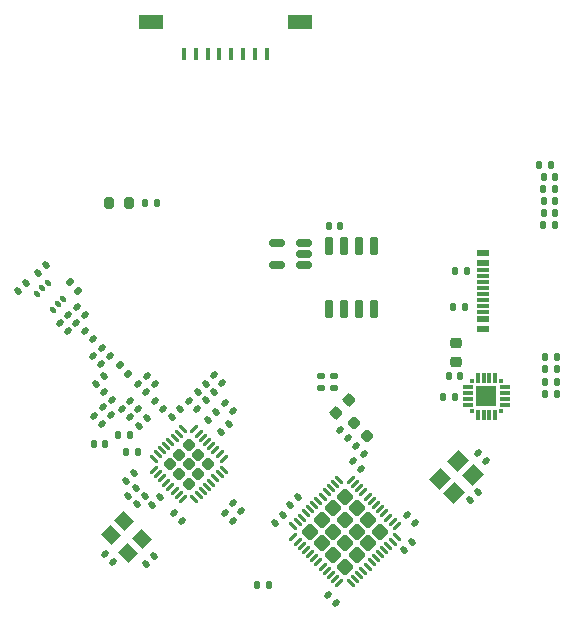
<source format=gbr>
%TF.GenerationSoftware,KiCad,Pcbnew,8.0.1*%
%TF.CreationDate,2025-05-01T03:19:42-07:00*%
%TF.ProjectId,rocketBeaconModule,726f636b-6574-4426-9561-636f6e4d6f64,rev?*%
%TF.SameCoordinates,Original*%
%TF.FileFunction,Paste,Top*%
%TF.FilePolarity,Positive*%
%FSLAX46Y46*%
G04 Gerber Fmt 4.6, Leading zero omitted, Abs format (unit mm)*
G04 Created by KiCad (PCBNEW 8.0.1) date 2025-05-01 03:19:42*
%MOMM*%
%LPD*%
G01*
G04 APERTURE LIST*
G04 Aperture macros list*
%AMRoundRect*
0 Rectangle with rounded corners*
0 $1 Rounding radius*
0 $2 $3 $4 $5 $6 $7 $8 $9 X,Y pos of 4 corners*
0 Add a 4 corners polygon primitive as box body*
4,1,4,$2,$3,$4,$5,$6,$7,$8,$9,$2,$3,0*
0 Add four circle primitives for the rounded corners*
1,1,$1+$1,$2,$3*
1,1,$1+$1,$4,$5*
1,1,$1+$1,$6,$7*
1,1,$1+$1,$8,$9*
0 Add four rect primitives between the rounded corners*
20,1,$1+$1,$2,$3,$4,$5,0*
20,1,$1+$1,$4,$5,$6,$7,0*
20,1,$1+$1,$6,$7,$8,$9,0*
20,1,$1+$1,$8,$9,$2,$3,0*%
%AMRotRect*
0 Rectangle, with rotation*
0 The origin of the aperture is its center*
0 $1 length*
0 $2 width*
0 $3 Rotation angle, in degrees counterclockwise*
0 Add horizontal line*
21,1,$1,$2,0,0,$3*%
G04 Aperture macros list end*
%ADD10RoundRect,0.140000X-0.219203X-0.021213X-0.021213X-0.219203X0.219203X0.021213X0.021213X0.219203X0*%
%ADD11RoundRect,0.140000X0.219203X0.021213X0.021213X0.219203X-0.219203X-0.021213X-0.021213X-0.219203X0*%
%ADD12RoundRect,0.140000X-0.021213X0.219203X-0.219203X0.021213X0.021213X-0.219203X0.219203X-0.021213X0*%
%ADD13RoundRect,0.232500X0.328805X0.000000X0.000000X0.328805X-0.328805X0.000000X0.000000X-0.328805X0*%
%ADD14RoundRect,0.062500X0.309359X-0.220971X-0.220971X0.309359X-0.309359X0.220971X0.220971X-0.309359X0*%
%ADD15RoundRect,0.062500X0.309359X0.220971X0.220971X0.309359X-0.309359X-0.220971X-0.220971X-0.309359X0*%
%ADD16R,0.350000X0.350000*%
%ADD17R,0.300000X0.900000*%
%ADD18R,0.900000X0.300000*%
%ADD19R,1.800000X1.800000*%
%ADD20RoundRect,0.135000X-0.135000X-0.185000X0.135000X-0.185000X0.135000X0.185000X-0.135000X0.185000X0*%
%ADD21RoundRect,0.140000X0.021213X-0.219203X0.219203X-0.021213X-0.021213X0.219203X-0.219203X0.021213X0*%
%ADD22RoundRect,0.140000X0.170000X-0.140000X0.170000X0.140000X-0.170000X0.140000X-0.170000X-0.140000X0*%
%ADD23R,0.400000X1.000000*%
%ADD24R,2.000000X1.300000*%
%ADD25RoundRect,0.140000X-0.140000X-0.170000X0.140000X-0.170000X0.140000X0.170000X-0.140000X0.170000X0*%
%ADD26RoundRect,0.135000X-0.185000X0.135000X-0.185000X-0.135000X0.185000X-0.135000X0.185000X0.135000X0*%
%ADD27RoundRect,0.200000X0.200000X0.275000X-0.200000X0.275000X-0.200000X-0.275000X0.200000X-0.275000X0*%
%ADD28RoundRect,0.147500X-0.226274X-0.017678X-0.017678X-0.226274X0.226274X0.017678X0.017678X0.226274X0*%
%ADD29RoundRect,0.140000X0.140000X0.170000X-0.140000X0.170000X-0.140000X-0.170000X0.140000X-0.170000X0*%
%ADD30RoundRect,0.135000X0.135000X0.185000X-0.135000X0.185000X-0.135000X-0.185000X0.135000X-0.185000X0*%
%ADD31RoundRect,0.250000X0.000000X0.445477X-0.445477X0.000000X0.000000X-0.445477X0.445477X0.000000X0*%
%ADD32RoundRect,0.062500X0.220971X0.309359X-0.309359X-0.220971X-0.220971X-0.309359X0.309359X0.220971X0*%
%ADD33RoundRect,0.062500X-0.220971X0.309359X-0.309359X0.220971X0.220971X-0.309359X0.309359X-0.220971X0*%
%ADD34RoundRect,0.147500X-0.147500X-0.172500X0.147500X-0.172500X0.147500X0.172500X-0.147500X0.172500X0*%
%ADD35RoundRect,0.147500X0.147500X0.172500X-0.147500X0.172500X-0.147500X-0.172500X0.147500X-0.172500X0*%
%ADD36RoundRect,0.100000X-0.229810X0.088388X0.088388X-0.229810X0.229810X-0.088388X-0.088388X0.229810X0*%
%ADD37RoundRect,0.225000X0.250000X-0.225000X0.250000X0.225000X-0.250000X0.225000X-0.250000X-0.225000X0*%
%ADD38RoundRect,0.218750X0.335876X0.026517X0.026517X0.335876X-0.335876X-0.026517X-0.026517X-0.335876X0*%
%ADD39RoundRect,0.150000X0.512500X0.150000X-0.512500X0.150000X-0.512500X-0.150000X0.512500X-0.150000X0*%
%ADD40RotRect,1.300000X1.100000X315.000000*%
%ADD41R,1.140000X0.600000*%
%ADD42R,1.140000X0.300000*%
%ADD43RoundRect,0.135000X-0.226274X-0.035355X-0.035355X-0.226274X0.226274X0.035355X0.035355X0.226274X0*%
%ADD44RoundRect,0.075000X0.225000X-0.715000X0.225000X0.715000X-0.225000X0.715000X-0.225000X-0.715000X0*%
%ADD45RotRect,1.400000X1.200000X45.000000*%
%ADD46RoundRect,0.225000X0.017678X-0.335876X0.335876X-0.017678X-0.017678X0.335876X-0.335876X0.017678X0*%
G04 APERTURE END LIST*
D10*
%TO.C,R9*%
X68782827Y-136038674D03*
X69461649Y-136717496D03*
%TD*%
D11*
%TO.C,C7*%
X87969411Y-146389411D03*
X87290589Y-145710589D03*
%TD*%
D12*
%TO.C,L1*%
X68044607Y-136776893D03*
X67365785Y-137455715D03*
%TD*%
D13*
%TO.C,U3*%
X68782827Y-143053173D03*
X69596000Y-142240000D03*
X70409173Y-141426827D03*
X67969654Y-142240000D03*
X68782827Y-141426827D03*
X69596000Y-140613654D03*
X67156481Y-141426827D03*
X67969654Y-140613654D03*
X68782827Y-139800481D03*
D14*
X69268963Y-144387837D03*
X69622516Y-144034283D03*
X69976070Y-143680730D03*
X70329623Y-143327176D03*
X70683176Y-142973623D03*
X71036730Y-142620070D03*
X71390283Y-142266516D03*
X71743837Y-141912963D03*
D15*
X71743837Y-140940691D03*
X71390283Y-140587138D03*
X71036730Y-140233584D03*
X70683176Y-139880031D03*
X70329623Y-139526478D03*
X69976070Y-139172924D03*
X69622516Y-138819371D03*
X69268963Y-138465817D03*
D14*
X68296691Y-138465817D03*
X67943138Y-138819371D03*
X67589584Y-139172924D03*
X67236031Y-139526478D03*
X66882478Y-139880031D03*
X66528924Y-140233584D03*
X66175371Y-140587138D03*
X65821817Y-140940691D03*
D15*
X65821817Y-141912963D03*
X66175371Y-142266516D03*
X66528924Y-142620070D03*
X66882478Y-142973623D03*
X67236031Y-143327176D03*
X67589584Y-143680730D03*
X67943138Y-144034283D03*
X68296691Y-144387837D03*
%TD*%
D16*
%TO.C,U2*%
X95242000Y-134412000D03*
D17*
X94742001Y-134112000D03*
X94242000Y-134112000D03*
X93742000Y-134112000D03*
X93241999Y-134112000D03*
D16*
X92742000Y-134412000D03*
D18*
X92442000Y-134911999D03*
X92442000Y-135412000D03*
X92442000Y-135912000D03*
X92442000Y-136412001D03*
D16*
X92742000Y-136912000D03*
D17*
X93241999Y-137212000D03*
X93742000Y-137212000D03*
X94242000Y-137212000D03*
X94742001Y-137212000D03*
D16*
X95242000Y-136912000D03*
D18*
X95542000Y-136412001D03*
X95542000Y-135912000D03*
X95542000Y-135412000D03*
X95542000Y-134911999D03*
D19*
X93992000Y-135662000D03*
%TD*%
D12*
%TO.C,C36*%
X65815068Y-149210245D03*
X65136246Y-149889067D03*
%TD*%
D20*
%TO.C,R3*%
X91184000Y-128143000D03*
X92204000Y-128143000D03*
%TD*%
D11*
%TO.C,C11*%
X83651411Y-140547411D03*
X82972589Y-139868589D03*
%TD*%
D21*
%TO.C,C26*%
X69540846Y-135280655D03*
X70219668Y-134601833D03*
%TD*%
D10*
%TO.C,C16*%
X72558589Y-144694589D03*
X73237411Y-145373411D03*
%TD*%
D20*
%TO.C,R10*%
X98931000Y-132334000D03*
X99951000Y-132334000D03*
%TD*%
D11*
%TO.C,L7*%
X62077600Y-132232400D03*
X61398778Y-131553578D03*
%TD*%
D10*
%TO.C,C32*%
X60767702Y-137315824D03*
X61446524Y-137994646D03*
%TD*%
D21*
%TO.C,C29*%
X63434272Y-142824070D03*
X64113094Y-142145248D03*
%TD*%
D11*
%TO.C,C70*%
X59978611Y-128761811D03*
X59299789Y-128082989D03*
%TD*%
%TO.C,C8*%
X81280000Y-153162000D03*
X80601178Y-152483178D03*
%TD*%
%TO.C,C68*%
X59267411Y-129422211D03*
X58588589Y-128743389D03*
%TD*%
D21*
%TO.C,C3*%
X92624589Y-144484411D03*
X93303411Y-143805589D03*
%TD*%
D11*
%TO.C,L6*%
X62324751Y-135999191D03*
X61645929Y-135320369D03*
%TD*%
D22*
%TO.C,C67*%
X81076800Y-134947600D03*
X81076800Y-133987600D03*
%TD*%
D11*
%TO.C,C10*%
X83397411Y-141817411D03*
X82718589Y-141138589D03*
%TD*%
D10*
%TO.C,C33*%
X63102569Y-136777009D03*
X63781391Y-137455831D03*
%TD*%
D23*
%TO.C,EX1*%
X75382000Y-106693999D03*
X74382000Y-106693999D03*
X73382000Y-106693999D03*
X72382000Y-106693999D03*
X71382000Y-106693999D03*
X70382000Y-106693999D03*
X69382000Y-106693999D03*
X68382000Y-106693999D03*
D24*
X78182000Y-103993999D03*
X65582000Y-103993999D03*
%TD*%
D25*
%TO.C,C20*%
X62816800Y-138938000D03*
X63776800Y-138938000D03*
%TD*%
D20*
%TO.C,R17*%
X65072801Y-119329200D03*
X66092799Y-119329200D03*
%TD*%
D11*
%TO.C,C37*%
X61339381Y-132931022D03*
X60660559Y-132252200D03*
%TD*%
D26*
%TO.C,R18*%
X80010000Y-133957601D03*
X80010000Y-134977599D03*
%TD*%
D27*
%TO.C,TH1*%
X63715400Y-119329200D03*
X62065400Y-119329200D03*
%TD*%
D21*
%TO.C,C73*%
X55997789Y-125205811D03*
X56676611Y-124526989D03*
%TD*%
D28*
%TO.C,L16*%
X62953853Y-133057853D03*
X63639747Y-133743747D03*
%TD*%
D10*
%TO.C,C6*%
X93259589Y-140503589D03*
X93938411Y-141182411D03*
%TD*%
D11*
%TO.C,R13*%
X60640759Y-130795559D03*
X59961937Y-130116737D03*
%TD*%
D29*
%TO.C,C21*%
X64465200Y-140349196D03*
X63505200Y-140349196D03*
%TD*%
D12*
%TO.C,C4*%
X87715411Y-147996589D03*
X87036589Y-148675411D03*
%TD*%
D20*
%TO.C,R11*%
X98931000Y-135509000D03*
X99951000Y-135509000D03*
%TD*%
D29*
%TO.C,C24*%
X61694000Y-139700000D03*
X60734000Y-139700000D03*
%TD*%
D30*
%TO.C,R5*%
X99823999Y-121158000D03*
X98804001Y-121158000D03*
%TD*%
D10*
%TO.C,C15*%
X71882000Y-145542000D03*
X72560822Y-146220822D03*
%TD*%
D31*
%TO.C,U1*%
X84989984Y-147123223D03*
X84000035Y-146133274D03*
X83010085Y-145143324D03*
X82020136Y-144153375D03*
X84000035Y-148113172D03*
X83010085Y-147123223D03*
X82020136Y-146133274D03*
X81030187Y-145143324D03*
X83010085Y-149103122D03*
X82020136Y-148113172D03*
X81030187Y-147123223D03*
X80040237Y-146133274D03*
X82020136Y-150093071D03*
X81030187Y-149103122D03*
X80040237Y-148113172D03*
X79050288Y-147123223D03*
D32*
X86395359Y-146637087D03*
X86041806Y-146283534D03*
X85688252Y-145929980D03*
X85334699Y-145576427D03*
X84981146Y-145222874D03*
X84627592Y-144869320D03*
X84274039Y-144515767D03*
X83920485Y-144162213D03*
X83566932Y-143808660D03*
X83213379Y-143455107D03*
X82859825Y-143101553D03*
X82506272Y-142748000D03*
D33*
X81534000Y-142748000D03*
X81180447Y-143101553D03*
X80826893Y-143455107D03*
X80473340Y-143808660D03*
X80119787Y-144162213D03*
X79766233Y-144515767D03*
X79412680Y-144869320D03*
X79059126Y-145222874D03*
X78705573Y-145576427D03*
X78352020Y-145929980D03*
X77998466Y-146283534D03*
X77644913Y-146637087D03*
D32*
X77644913Y-147609359D03*
X77998466Y-147962912D03*
X78352020Y-148316466D03*
X78705573Y-148670019D03*
X79059126Y-149023572D03*
X79412680Y-149377126D03*
X79766233Y-149730679D03*
X80119787Y-150084233D03*
X80473340Y-150437786D03*
X80826893Y-150791339D03*
X81180447Y-151144893D03*
X81534000Y-151498446D03*
D33*
X82506272Y-151498446D03*
X82859825Y-151144893D03*
X83213379Y-150791339D03*
X83566932Y-150437786D03*
X83920485Y-150084233D03*
X84274039Y-149730679D03*
X84627592Y-149377126D03*
X84981146Y-149023572D03*
X85334699Y-148670019D03*
X85688252Y-148316466D03*
X86041806Y-147962912D03*
X86395359Y-147609359D03*
%TD*%
D34*
%TO.C,D4*%
X98956000Y-133350000D03*
X99926000Y-133350000D03*
%TD*%
%TO.C,D5*%
X98956000Y-134493000D03*
X99926000Y-134493000D03*
%TD*%
D35*
%TO.C,D1*%
X99799000Y-120142000D03*
X98829000Y-120142000D03*
%TD*%
D36*
%TO.C,PE4259-63*%
X56836268Y-126071829D03*
X56376649Y-126531449D03*
X55917029Y-126991068D03*
X57260532Y-128334571D03*
X57720151Y-127874951D03*
X58179771Y-127415332D03*
%TD*%
D12*
%TO.C,C72*%
X55000211Y-126101789D03*
X54321389Y-126780611D03*
%TD*%
D30*
%TO.C,R1*%
X75592399Y-151638000D03*
X74572401Y-151638000D03*
%TD*%
D35*
%TO.C,D3*%
X99799000Y-119126000D03*
X98829000Y-119126000D03*
%TD*%
D37*
%TO.C,C1*%
X91440000Y-132728000D03*
X91440000Y-131178000D03*
%TD*%
D11*
%TO.C,L5*%
X65190724Y-135320253D03*
X64511902Y-134641431D03*
%TD*%
%TO.C,C69*%
X58556211Y-130133411D03*
X57877389Y-129454589D03*
%TD*%
D10*
%TO.C,C30*%
X65948743Y-136078272D03*
X66627565Y-136757094D03*
%TD*%
D21*
%TO.C,C28*%
X64389000Y-144780000D03*
X65067822Y-144101178D03*
%TD*%
D11*
%TO.C,R8*%
X72514937Y-136897101D03*
X71836115Y-136218279D03*
%TD*%
D29*
%TO.C,C13*%
X91793000Y-133985000D03*
X90833000Y-133985000D03*
%TD*%
D10*
%TO.C,C31*%
X61723748Y-149030640D03*
X62402570Y-149709462D03*
%TD*%
D20*
%TO.C,R4*%
X91311000Y-125095000D03*
X92331000Y-125095000D03*
%TD*%
D30*
%TO.C,R6*%
X99442999Y-116078000D03*
X98423001Y-116078000D03*
%TD*%
D12*
%TO.C,C9*%
X78063411Y-144186589D03*
X77384589Y-144865411D03*
%TD*%
D38*
%TO.C,FB1*%
X83917694Y-139035694D03*
X82804000Y-137922000D03*
%TD*%
D20*
%TO.C,R12*%
X90295000Y-135763000D03*
X91315000Y-135763000D03*
%TD*%
D35*
%TO.C,D2*%
X99799000Y-117094000D03*
X98829000Y-117094000D03*
%TD*%
D21*
%TO.C,C19*%
X70419073Y-137635320D03*
X71097895Y-136956498D03*
%TD*%
D10*
%TO.C,C27*%
X70938089Y-133883412D03*
X71616911Y-134562234D03*
%TD*%
D21*
%TO.C,C22*%
X70239467Y-136018874D03*
X70918289Y-135340052D03*
%TD*%
%TO.C,C5*%
X76114589Y-146389411D03*
X76793411Y-145710589D03*
%TD*%
%TO.C,C23*%
X63668589Y-144103411D03*
X64347411Y-143424589D03*
%TD*%
D11*
%TO.C,L4*%
X64499811Y-136737411D03*
X63820989Y-136058589D03*
%TD*%
D12*
%TO.C,L2*%
X65218232Y-137495430D03*
X64539410Y-138174252D03*
%TD*%
D39*
%TO.C,U8*%
X78556700Y-124560499D03*
X78556700Y-123610500D03*
X78556700Y-122660501D03*
X76281700Y-122660501D03*
X76281700Y-124560499D03*
%TD*%
D10*
%TO.C,C12*%
X81617178Y-138513178D03*
X82296000Y-139192000D03*
%TD*%
D40*
%TO.C,X1*%
X62174175Y-147414901D03*
X63659099Y-148899825D03*
X64825825Y-147733099D03*
X63340901Y-146248175D03*
%TD*%
D41*
%TO.C,J1*%
X93675000Y-129946000D03*
X93675000Y-129146000D03*
D42*
X93675000Y-127996000D03*
X93675000Y-126996000D03*
X93675000Y-126496000D03*
X93675000Y-125496000D03*
D41*
X93675000Y-123546000D03*
X93675000Y-124346000D03*
D42*
X93675000Y-124996000D03*
X93675000Y-125996000D03*
X93675000Y-127496000D03*
X93675000Y-128496000D03*
%TD*%
D11*
%TO.C,L3*%
X62164945Y-137276226D03*
X61486123Y-136597404D03*
%TD*%
%TO.C,C18*%
X68224213Y-146256366D03*
X67545391Y-145577544D03*
%TD*%
D21*
%TO.C,C35*%
X60925389Y-134603811D03*
X61604211Y-133924989D03*
%TD*%
%TO.C,C17*%
X71496703Y-138712951D03*
X72175525Y-138034129D03*
%TD*%
%TO.C,C25*%
X65684400Y-144881600D03*
X66363222Y-144202778D03*
%TD*%
D43*
%TO.C,R19*%
X58719776Y-126029776D03*
X59441024Y-126751024D03*
%TD*%
D10*
%TO.C,C34*%
X65230323Y-133923010D03*
X65909145Y-134601832D03*
%TD*%
D30*
%TO.C,R7*%
X99823999Y-118110000D03*
X98804001Y-118110000D03*
%TD*%
D44*
%TO.C,U7*%
X80645000Y-128296502D03*
X81915000Y-128296501D03*
X83185000Y-128296501D03*
X84455000Y-128296502D03*
X84455000Y-122956500D03*
X83185000Y-122956501D03*
X81915000Y-122956501D03*
X80645000Y-122956500D03*
%TD*%
D45*
%TO.C,Y1*%
X91263223Y-143872858D03*
X92818858Y-142317223D03*
X91616777Y-141115142D03*
X90061142Y-142670777D03*
%TD*%
D46*
%TO.C,C2*%
X81239992Y-137073008D03*
X82336008Y-135976992D03*
%TD*%
D25*
%TO.C,C71*%
X80619600Y-121259600D03*
X81579600Y-121259600D03*
%TD*%
M02*

</source>
